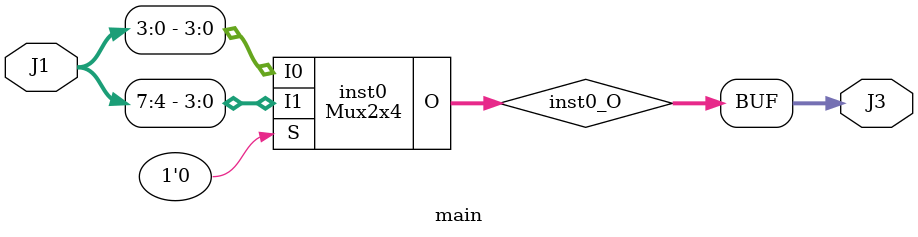
<source format=v>
module Mux2 (input [1:0] I, input  S, output  O);
wire  inst0_O;
LUT3 #(.INIT(8'hCA)) inst0 (.I0(I[0]), .I1(I[1]), .I2(S), .O(inst0_O));
assign O = inst0_O;
endmodule

module Mux2x4 (input [3:0] I0, input [3:0] I1, input  S, output [3:0] O);
wire  inst0_O;
wire  inst1_O;
wire  inst2_O;
wire  inst3_O;
Mux2 inst0 (.I({I1[0],I0[0]}), .S(S), .O(inst0_O));
Mux2 inst1 (.I({I1[1],I0[1]}), .S(S), .O(inst1_O));
Mux2 inst2 (.I({I1[2],I0[2]}), .S(S), .O(inst2_O));
Mux2 inst3 (.I({I1[3],I0[3]}), .S(S), .O(inst3_O));
assign O = {inst3_O,inst2_O,inst1_O,inst0_O};
endmodule

module main (input [7:0] J1, output [3:0] J3);
wire [3:0] inst0_O;
Mux2x4 inst0 (.I0({J1[3],J1[2],J1[1],J1[0]}), .I1({J1[7],J1[6],J1[5],J1[4]}), .S(1'b0), .O(inst0_O));
assign J3 = inst0_O;
endmodule


</source>
